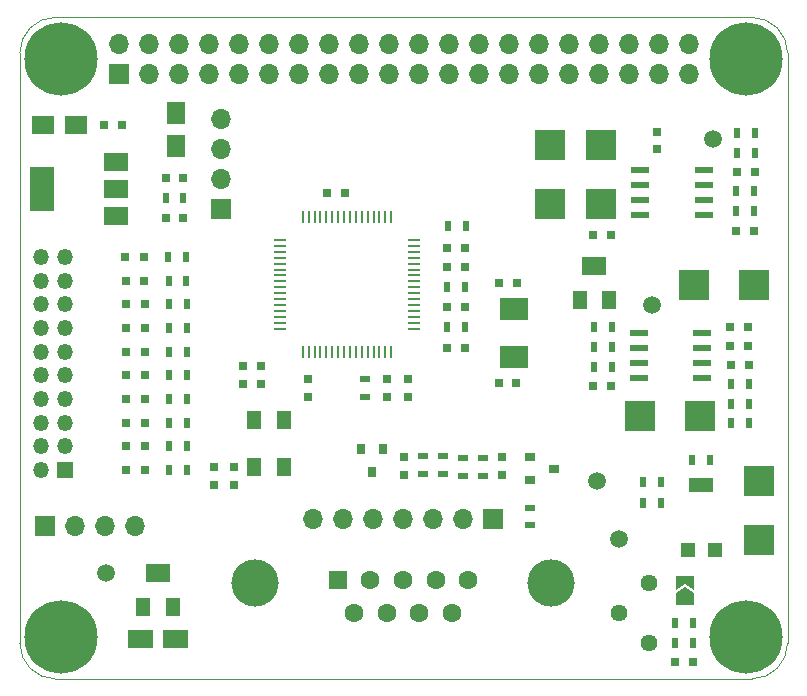
<source format=gts>
%TF.GenerationSoftware,KiCad,Pcbnew,(2018-02-05 revision 1f487593f)-makepkg*%
%TF.CreationDate,2018-06-26T14:30:34+02:00*%
%TF.ProjectId,MMDVM_Hat,4D4D44564D5F4861742E6B696361645F,rev?*%
%TF.SameCoordinates,Original*%
%TF.FileFunction,Soldermask,Top*%
%TF.FilePolarity,Negative*%
%FSLAX46Y46*%
G04 Gerber Fmt 4.6, Leading zero omitted, Abs format (unit mm)*
G04 Created by KiCad (PCBNEW (2018-02-05 revision 1f487593f)-makepkg) date 06/26/18 14:30:34*
%MOMM*%
%LPD*%
G01*
G04 APERTURE LIST*
%ADD10C,0.100000*%
%ADD11C,0.300000*%
%ADD12R,1.500000X1.500000*%
%ADD13R,2.500000X2.550000*%
%ADD14R,2.550000X2.500000*%
%ADD15R,0.250000X1.000000*%
%ADD16R,1.000000X0.250000*%
%ADD17C,6.200000*%
%ADD18R,1.950000X1.500000*%
%ADD19R,0.800000X0.750000*%
%ADD20R,1.500000X1.950000*%
%ADD21R,0.750000X0.800000*%
%ADD22R,0.800000X0.800000*%
%ADD23C,4.000000*%
%ADD24C,1.600000*%
%ADD25R,1.600000X1.600000*%
%ADD26O,1.700000X1.700000*%
%ADD27R,1.700000X1.700000*%
%ADD28R,0.500000X0.900000*%
%ADD29R,0.800000X0.900000*%
%ADD30R,0.900000X0.800000*%
%ADD31R,0.900000X0.500000*%
%ADD32C,1.440000*%
%ADD33R,1.300000X1.300000*%
%ADD34R,2.000000X1.300000*%
%ADD35R,1.300000X1.600000*%
%ADD36R,2.000000X1.600000*%
%ADD37C,1.500000*%
%ADD38R,2.000000X1.500000*%
%ADD39R,2.000000X3.800000*%
%ADD40R,1.550000X0.600000*%
%ADD41R,2.400000X1.900000*%
%ADD42O,1.350000X1.350000*%
%ADD43R,1.350000X1.350000*%
G04 APERTURE END LIST*
D10*
X84400000Y-72300000D02*
G75*
G03X81400000Y-69300000I-3000000J0D01*
G01*
X22400000Y-69300000D02*
X81400000Y-69300000D01*
X22400000Y-69300000D02*
G75*
G03X19400000Y-72300000I0J-3000000D01*
G01*
X81400000Y-125300000D02*
G75*
G03X84400000Y-122300000I0J3000000D01*
G01*
X19400000Y-122300000D02*
G75*
G03X22400000Y-125300000I3000000J0D01*
G01*
X19400000Y-87800000D02*
X19400000Y-122300000D01*
X19400000Y-72300000D02*
X19400000Y-87800000D01*
X22400000Y-125300000D02*
X81400000Y-125300000D01*
X84400000Y-72300000D02*
X84400000Y-122300000D01*
D11*
X75700000Y-118550000D03*
D10*
G36*
X75700000Y-117550000D02*
X76450000Y-118050000D01*
X76450000Y-119050000D01*
X74950000Y-119050000D01*
X74950000Y-118050000D01*
X75700000Y-117550000D01*
X75700000Y-117550000D01*
G37*
D11*
X75700000Y-117100000D03*
D10*
G36*
X76450000Y-116600000D02*
X76450000Y-117750000D01*
X75700000Y-117250000D01*
X74950000Y-117750000D01*
X74950000Y-116600000D01*
X76450000Y-116600000D01*
X76450000Y-116600000D01*
G37*
D11*
X29100000Y-121900000D03*
D10*
G36*
X30100000Y-121900000D02*
X29600000Y-122650000D01*
X28600000Y-122650000D01*
X28600000Y-121150000D01*
X29600000Y-121150000D01*
X30100000Y-121900000D01*
X30100000Y-121900000D01*
G37*
D11*
X33100000Y-121900000D03*
D10*
G36*
X32100000Y-121900000D02*
X32600000Y-121150000D01*
X33600000Y-121150000D01*
X33600000Y-122650000D01*
X32600000Y-122650000D01*
X32100000Y-121900000D01*
X32100000Y-121900000D01*
G37*
D12*
X32300000Y-121900000D03*
X29900000Y-121900000D03*
D13*
X68575000Y-85125000D03*
X68575000Y-80075000D03*
X64300000Y-80075000D03*
X64300000Y-85125000D03*
D14*
X76475000Y-91925000D03*
X81525000Y-91925000D03*
X76975000Y-103050000D03*
X71925000Y-103050000D03*
D13*
X81950000Y-108525000D03*
X81950000Y-113575000D03*
D15*
X50850000Y-97600000D03*
X50350000Y-97600000D03*
X49850000Y-97600000D03*
X49350000Y-97600000D03*
X48850000Y-97600000D03*
X48350000Y-97600000D03*
X47850000Y-97600000D03*
X47350000Y-97600000D03*
X46850000Y-97600000D03*
X46350000Y-97600000D03*
X45850000Y-97600000D03*
X45350000Y-97600000D03*
X44850000Y-97600000D03*
X44350000Y-97600000D03*
X43850000Y-97600000D03*
X43350000Y-97600000D03*
D16*
X41400000Y-95650000D03*
X41400000Y-95150000D03*
X41400000Y-94650000D03*
X41400000Y-94150000D03*
X41400000Y-93650000D03*
X41400000Y-93150000D03*
X41400000Y-92650000D03*
X41400000Y-92150000D03*
X41400000Y-91650000D03*
X41400000Y-91150000D03*
X41400000Y-90650000D03*
X41400000Y-90150000D03*
X41400000Y-89650000D03*
X41400000Y-89150000D03*
X41400000Y-88650000D03*
X41400000Y-88150000D03*
D15*
X43350000Y-86200000D03*
X43850000Y-86200000D03*
X44350000Y-86200000D03*
X44850000Y-86200000D03*
X45350000Y-86200000D03*
X45850000Y-86200000D03*
X46350000Y-86200000D03*
X46850000Y-86200000D03*
X47350000Y-86200000D03*
X47850000Y-86200000D03*
X48350000Y-86200000D03*
X48850000Y-86200000D03*
X49350000Y-86200000D03*
X49850000Y-86200000D03*
X50350000Y-86200000D03*
X50850000Y-86200000D03*
D16*
X52800000Y-88150000D03*
X52800000Y-88650000D03*
X52800000Y-89150000D03*
X52800000Y-89650000D03*
X52800000Y-90150000D03*
X52800000Y-90650000D03*
X52800000Y-91150000D03*
X52800000Y-91650000D03*
X52800000Y-92150000D03*
X52800000Y-92650000D03*
X52800000Y-93150000D03*
X52800000Y-93650000D03*
X52800000Y-94150000D03*
X52800000Y-94650000D03*
X52800000Y-95150000D03*
X52800000Y-95650000D03*
D17*
X80900000Y-72800000D03*
X80900000Y-121800000D03*
X22900000Y-121800000D03*
X22900000Y-72800000D03*
D18*
X21400000Y-78400000D03*
X24150000Y-78400000D03*
D19*
X28050000Y-78400000D03*
X26550000Y-78400000D03*
X31750000Y-82900000D03*
X33250000Y-82900000D03*
X55550000Y-97250000D03*
X57050000Y-97250000D03*
D20*
X32600000Y-80175000D03*
X32600000Y-77425000D03*
D19*
X31750000Y-86300000D03*
X33250000Y-86300000D03*
X55550000Y-93800000D03*
X57050000Y-93800000D03*
D21*
X37500000Y-107400000D03*
X37500000Y-108900000D03*
X35800000Y-108900000D03*
X35800000Y-107400000D03*
X43800000Y-99950000D03*
X43800000Y-101450000D03*
X51900000Y-108050000D03*
X51900000Y-106550000D03*
X60200000Y-106550000D03*
X60200000Y-108050000D03*
D19*
X74900000Y-123900000D03*
X76400000Y-123900000D03*
X59950000Y-100250000D03*
X61450000Y-100250000D03*
X61500000Y-91800000D03*
X60000000Y-91800000D03*
X45400000Y-84200000D03*
X46900000Y-84200000D03*
X55600000Y-90400000D03*
X57100000Y-90400000D03*
X57100000Y-88800000D03*
X55600000Y-88800000D03*
X38300000Y-100300000D03*
X39800000Y-100300000D03*
X39800000Y-98800000D03*
X38300000Y-98800000D03*
D21*
X52300000Y-101450000D03*
X52300000Y-99950000D03*
X50500000Y-99950000D03*
X50500000Y-101450000D03*
D22*
X28325000Y-89575000D03*
X29925000Y-89575000D03*
X29950000Y-91600000D03*
X28350000Y-91600000D03*
X28375000Y-93600000D03*
X29975000Y-93600000D03*
X30000000Y-95600000D03*
X28400000Y-95600000D03*
X28400000Y-105600000D03*
X30000000Y-105600000D03*
X28400000Y-103600000D03*
X30000000Y-103600000D03*
X30000000Y-101600000D03*
X28400000Y-101600000D03*
X28400000Y-99600000D03*
X30000000Y-99600000D03*
X30000000Y-97600000D03*
X28400000Y-97600000D03*
D23*
X64340000Y-117200000D03*
X39340000Y-117200000D03*
D24*
X55995000Y-119740000D03*
X53225000Y-119740000D03*
X50455000Y-119740000D03*
X47685000Y-119740000D03*
X57380000Y-116900000D03*
X54610000Y-116900000D03*
X51840000Y-116900000D03*
X49070000Y-116900000D03*
D25*
X46300000Y-116900000D03*
D26*
X76030000Y-71530000D03*
X76030000Y-74070000D03*
X73490000Y-71530000D03*
X73490000Y-74070000D03*
X70950000Y-71530000D03*
X70950000Y-74070000D03*
X68410000Y-71530000D03*
X68410000Y-74070000D03*
X65870000Y-71530000D03*
X65870000Y-74070000D03*
X63330000Y-71530000D03*
X63330000Y-74070000D03*
X60790000Y-71530000D03*
X60790000Y-74070000D03*
X58250000Y-71530000D03*
X58250000Y-74070000D03*
X55710000Y-71530000D03*
X55710000Y-74070000D03*
X53170000Y-71530000D03*
X53170000Y-74070000D03*
X50630000Y-71530000D03*
X50630000Y-74070000D03*
X48090000Y-71530000D03*
X48090000Y-74070000D03*
X45550000Y-71530000D03*
X45550000Y-74070000D03*
X43010000Y-71530000D03*
X43010000Y-74070000D03*
X40470000Y-71530000D03*
X40470000Y-74070000D03*
X37930000Y-71530000D03*
X37930000Y-74070000D03*
X35390000Y-71530000D03*
X35390000Y-74070000D03*
X32850000Y-71530000D03*
X32850000Y-74070000D03*
X30310000Y-71530000D03*
X30310000Y-74070000D03*
X27770000Y-71530000D03*
D27*
X27770000Y-74070000D03*
X36400000Y-85500000D03*
D26*
X36400000Y-82960000D03*
X36400000Y-80420000D03*
X36400000Y-77880000D03*
X44210000Y-111800000D03*
X46750000Y-111800000D03*
X49290000Y-111800000D03*
X51830000Y-111800000D03*
X54370000Y-111800000D03*
X56910000Y-111800000D03*
D27*
X59450000Y-111800000D03*
D26*
X29120000Y-112400000D03*
X26580000Y-112400000D03*
X24040000Y-112400000D03*
D27*
X21500000Y-112400000D03*
D28*
X33250000Y-84600000D03*
X31750000Y-84600000D03*
X57150000Y-87000000D03*
X55650000Y-87000000D03*
D29*
X50150000Y-105800000D03*
X48250000Y-105800000D03*
X49200000Y-107800000D03*
D30*
X64600000Y-107500000D03*
X62600000Y-108450000D03*
X62600000Y-106550000D03*
D28*
X33475000Y-89575000D03*
X31975000Y-89575000D03*
X32000000Y-91600000D03*
X33500000Y-91600000D03*
D31*
X48600000Y-101450000D03*
X48600000Y-99950000D03*
D28*
X32025000Y-93600000D03*
X33525000Y-93600000D03*
X33550000Y-95600000D03*
X32050000Y-95600000D03*
X32050000Y-105600000D03*
X33550000Y-105600000D03*
X33550000Y-103600000D03*
X32050000Y-103600000D03*
X32050000Y-101600000D03*
X33550000Y-101600000D03*
X32050000Y-99600000D03*
X33550000Y-99600000D03*
X55550000Y-92100000D03*
X57050000Y-92100000D03*
X33550000Y-97600000D03*
X32050000Y-97600000D03*
D31*
X55200000Y-106450000D03*
X55200000Y-107950000D03*
X53500000Y-107950000D03*
X53500000Y-106450000D03*
X56900000Y-108100000D03*
X56900000Y-106600000D03*
X58600000Y-108100000D03*
X58600000Y-106600000D03*
D28*
X76410000Y-120610000D03*
X74910000Y-120610000D03*
X74910000Y-122300000D03*
X76410000Y-122300000D03*
D31*
X62600000Y-112300000D03*
X62600000Y-110800000D03*
D28*
X55550000Y-95500000D03*
X57050000Y-95500000D03*
X80150000Y-80800000D03*
X81650000Y-80800000D03*
X72200000Y-110400000D03*
X73700000Y-110400000D03*
X72200000Y-108650000D03*
X73700000Y-108650000D03*
X79650000Y-102000000D03*
X81150000Y-102000000D03*
X81100000Y-103600000D03*
X79600000Y-103600000D03*
X76300000Y-106750000D03*
X77800000Y-106750000D03*
X80050000Y-85700000D03*
X81550000Y-85700000D03*
X81550000Y-84000000D03*
X80050000Y-84000000D03*
X81650000Y-79125000D03*
X80150000Y-79125000D03*
X69550000Y-95500000D03*
X68050000Y-95500000D03*
X68050000Y-97200000D03*
X69550000Y-97200000D03*
X68050000Y-98900000D03*
X69550000Y-98900000D03*
X81150000Y-100300000D03*
X79650000Y-100300000D03*
D32*
X72700000Y-117210000D03*
X70160000Y-119750000D03*
X72700000Y-122290000D03*
D33*
X75950000Y-114350000D03*
D34*
X77100000Y-108850000D03*
D33*
X78250000Y-114350000D03*
D35*
X69300000Y-93250000D03*
D36*
X68050000Y-90350000D03*
D35*
X66800000Y-93250000D03*
X29850000Y-119250000D03*
D36*
X31100000Y-116350000D03*
D35*
X32350000Y-119250000D03*
D37*
X70170000Y-113470000D03*
X78100000Y-79600000D03*
X68300000Y-108550000D03*
X72925000Y-93625000D03*
X26700000Y-116300000D03*
D38*
X27550000Y-86100000D03*
X27550000Y-81500000D03*
X27550000Y-83800000D03*
D39*
X21250000Y-83800000D03*
D40*
X77300000Y-86005000D03*
X77300000Y-84735000D03*
X77300000Y-83465000D03*
X77300000Y-82195000D03*
X71900000Y-82195000D03*
X71900000Y-83465000D03*
X71900000Y-84735000D03*
X71900000Y-86005000D03*
X77200000Y-95995000D03*
X77200000Y-97265000D03*
X77200000Y-98535000D03*
X77200000Y-99805000D03*
X71800000Y-99805000D03*
X71800000Y-98535000D03*
X71800000Y-97265000D03*
X71800000Y-95995000D03*
D35*
X41750000Y-107400000D03*
X41750000Y-103400000D03*
X39250000Y-103400000D03*
X39250000Y-107400000D03*
D41*
X61200000Y-93950000D03*
X61200000Y-98050000D03*
D19*
X80050000Y-87400000D03*
X81550000Y-87400000D03*
X80150000Y-82400000D03*
X81650000Y-82400000D03*
D21*
X73375000Y-80475000D03*
X73375000Y-78975000D03*
D19*
X69450000Y-100500000D03*
X67950000Y-100500000D03*
X81050000Y-97100000D03*
X79550000Y-97100000D03*
X79650000Y-98700000D03*
X81150000Y-98700000D03*
X67950000Y-87700000D03*
X69450000Y-87700000D03*
X79550000Y-95500000D03*
X81050000Y-95500000D03*
D22*
X28400000Y-107600000D03*
X30000000Y-107600000D03*
D42*
X21200000Y-89600000D03*
X23200000Y-89600000D03*
X21200000Y-91600000D03*
X23200000Y-91600000D03*
X21200000Y-93600000D03*
X23200000Y-93600000D03*
X21200000Y-95600000D03*
X23200000Y-95600000D03*
X21200000Y-97600000D03*
X23200000Y-97600000D03*
X21200000Y-99600000D03*
X23200000Y-99600000D03*
X21200000Y-101600000D03*
X23200000Y-101600000D03*
X21200000Y-103600000D03*
X23200000Y-103600000D03*
X21200000Y-105600000D03*
X23200000Y-105600000D03*
X21200000Y-107600000D03*
D43*
X23200000Y-107600000D03*
D28*
X32050000Y-107600000D03*
X33550000Y-107600000D03*
M02*

</source>
